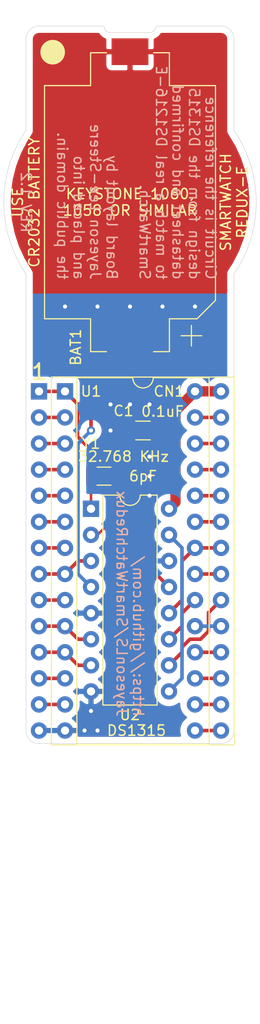
<source format=kicad_pcb>
(kicad_pcb (version 20171130) (host pcbnew "(5.1.9)-1")

  (general
    (thickness 1.6)
    (drawings 26)
    (tracks 123)
    (zones 0)
    (modules 6)
    (nets 34)
  )

  (page A4)
  (layers
    (0 F.Cu signal)
    (31 B.Cu signal)
    (32 B.Adhes user)
    (33 F.Adhes user)
    (34 B.Paste user)
    (35 F.Paste user)
    (36 B.SilkS user)
    (37 F.SilkS user)
    (38 B.Mask user)
    (39 F.Mask user)
    (40 Dwgs.User user)
    (41 Cmts.User user)
    (42 Eco1.User user)
    (43 Eco2.User user)
    (44 Edge.Cuts user)
    (45 Margin user)
    (46 B.CrtYd user)
    (47 F.CrtYd user)
    (48 B.Fab user)
    (49 F.Fab user)
  )

  (setup
    (last_trace_width 1)
    (user_trace_width 0.25)
    (user_trace_width 0.35)
    (user_trace_width 0.5)
    (user_trace_width 1)
    (trace_clearance 0.25)
    (zone_clearance 0.635)
    (zone_45_only no)
    (trace_min 0.2)
    (via_size 0.8)
    (via_drill 0.4)
    (via_min_size 0.4)
    (via_min_drill 0.3)
    (uvia_size 0.3)
    (uvia_drill 0.1)
    (uvias_allowed no)
    (uvia_min_size 0.2)
    (uvia_min_drill 0.1)
    (edge_width 0.05)
    (segment_width 0.2)
    (pcb_text_width 0.3)
    (pcb_text_size 1.5 1.5)
    (mod_edge_width 0.12)
    (mod_text_size 1 1)
    (mod_text_width 0.15)
    (pad_size 1.524 1.524)
    (pad_drill 0.762)
    (pad_to_mask_clearance 0)
    (aux_axis_origin 0 0)
    (visible_elements 7FFFFFFF)
    (pcbplotparams
      (layerselection 0x010f0_ffffffff)
      (usegerberextensions true)
      (usegerberattributes true)
      (usegerberadvancedattributes true)
      (creategerberjobfile false)
      (excludeedgelayer true)
      (linewidth 0.100000)
      (plotframeref false)
      (viasonmask false)
      (mode 1)
      (useauxorigin false)
      (hpglpennumber 1)
      (hpglpenspeed 20)
      (hpglpendiameter 15.000000)
      (psnegative false)
      (psa4output false)
      (plotreference true)
      (plotvalue true)
      (plotinvisibletext false)
      (padsonsilk false)
      (subtractmaskfromsilk false)
      (outputformat 1)
      (mirror false)
      (drillshape 0)
      (scaleselection 1)
      (outputdirectory "Gerber"))
  )

  (net 0 "")
  (net 1 "Net-(BAT1-Pad1)")
  (net 2 GND)
  (net 3 VCC)
  (net 4 "Net-(CN1-Pad27)")
  (net 5 "Net-(CN1-Pad13)")
  (net 6 "Net-(CN1-Pad26)")
  (net 7 "Net-(CN1-Pad12)")
  (net 8 "Net-(CN1-Pad25)")
  (net 9 "Net-(CN1-Pad11)")
  (net 10 "Net-(CN1-Pad24)")
  (net 11 "Net-(CN1-Pad10)")
  (net 12 "Net-(CN1-Pad23)")
  (net 13 "Net-(CN1-Pad9)")
  (net 14 "Net-(CN1-Pad22)")
  (net 15 "Net-(CN1-Pad8)")
  (net 16 "Net-(CN1-Pad21)")
  (net 17 "Net-(CN1-Pad7)")
  (net 18 "Net-(CN1-Pad20)")
  (net 19 "Net-(CN1-Pad6)")
  (net 20 "Net-(CN1-Pad19)")
  (net 21 "Net-(CN1-Pad5)")
  (net 22 "Net-(CN1-Pad18)")
  (net 23 "Net-(CN1-Pad4)")
  (net 24 "Net-(CN1-Pad17)")
  (net 25 "Net-(CN1-Pad3)")
  (net 26 "Net-(CN1-Pad16)")
  (net 27 "Net-(CN1-Pad2)")
  (net 28 "Net-(CN1-Pad15)")
  (net 29 "Net-(CN1-Pad1)")
  (net 30 "Net-(U1-Pad20)")
  (net 31 "Net-(U2-Pad15)")
  (net 32 /XTAL2)
  (net 33 /XTAL1)

  (net_class Default "This is the default net class."
    (clearance 0.25)
    (trace_width 0.35)
    (via_dia 0.8)
    (via_drill 0.4)
    (uvia_dia 0.3)
    (uvia_drill 0.1)
    (add_net "Net-(BAT1-Pad1)")
    (add_net "Net-(CN1-Pad1)")
    (add_net "Net-(CN1-Pad10)")
    (add_net "Net-(CN1-Pad11)")
    (add_net "Net-(CN1-Pad12)")
    (add_net "Net-(CN1-Pad13)")
    (add_net "Net-(CN1-Pad15)")
    (add_net "Net-(CN1-Pad16)")
    (add_net "Net-(CN1-Pad17)")
    (add_net "Net-(CN1-Pad18)")
    (add_net "Net-(CN1-Pad19)")
    (add_net "Net-(CN1-Pad2)")
    (add_net "Net-(CN1-Pad20)")
    (add_net "Net-(CN1-Pad21)")
    (add_net "Net-(CN1-Pad22)")
    (add_net "Net-(CN1-Pad23)")
    (add_net "Net-(CN1-Pad24)")
    (add_net "Net-(CN1-Pad25)")
    (add_net "Net-(CN1-Pad26)")
    (add_net "Net-(CN1-Pad27)")
    (add_net "Net-(CN1-Pad3)")
    (add_net "Net-(CN1-Pad4)")
    (add_net "Net-(CN1-Pad5)")
    (add_net "Net-(CN1-Pad6)")
    (add_net "Net-(CN1-Pad7)")
    (add_net "Net-(CN1-Pad8)")
    (add_net "Net-(CN1-Pad9)")
    (add_net "Net-(U1-Pad20)")
    (add_net "Net-(U2-Pad15)")
  )

  (net_class Crystal ""
    (clearance 0.25)
    (trace_width 0.25)
    (via_dia 0.8)
    (via_drill 0.4)
    (uvia_dia 0.3)
    (uvia_drill 0.1)
    (add_net /XTAL1)
    (add_net /XTAL2)
  )

  (net_class Power ""
    (clearance 0.25)
    (trace_width 0.5)
    (via_dia 0.8)
    (via_drill 0.4)
    (uvia_dia 0.3)
    (uvia_drill 0.1)
    (add_net GND)
    (add_net VCC)
  )

  (module Crystal:Crystal_SMD_3215-2Pin_3.2x1.5mm (layer F.Cu) (tedit 60A3B2C9) (tstamp 60A3B511)
    (at 114.3 71.755 180)
    (descr "SMD Crystal FC-135 https://support.epson.biz/td/api/doc_check.php?dl=brief_FC-135R_en.pdf")
    (tags "SMD SMT Crystal")
    (path /602FB912)
    (attr smd)
    (fp_text reference Y1 (at 1.27 3.175 180) (layer F.SilkS)
      (effects (font (size 1 1) (thickness 0.15)))
    )
    (fp_text value "32.768 KHz" (at 0 2 180) (layer F.Fab)
      (effects (font (size 1 1) (thickness 0.15)))
    )
    (fp_text user %R (at 0 -2 180) (layer F.Fab)
      (effects (font (size 1 1) (thickness 0.15)))
    )
    (fp_line (start -2 -1.15) (end 2 -1.15) (layer F.CrtYd) (width 0.05))
    (fp_line (start -1.6 -0.75) (end -1.6 0.75) (layer F.Fab) (width 0.1))
    (fp_line (start -0.675 0.875) (end 0.675 0.875) (layer F.SilkS) (width 0.12))
    (fp_line (start -0.675 -0.875) (end 0.675 -0.875) (layer F.SilkS) (width 0.12))
    (fp_line (start 1.6 -0.75) (end 1.6 0.75) (layer F.Fab) (width 0.1))
    (fp_line (start -1.6 -0.75) (end 1.6 -0.75) (layer F.Fab) (width 0.1))
    (fp_line (start -1.6 0.75) (end 1.6 0.75) (layer F.Fab) (width 0.1))
    (fp_line (start -2 1.15) (end 2 1.15) (layer F.CrtYd) (width 0.05))
    (fp_line (start -2 -1.15) (end -2 1.15) (layer F.CrtYd) (width 0.05))
    (fp_line (start 2 -1.15) (end 2 1.15) (layer F.CrtYd) (width 0.05))
    (fp_text user %V (at -1.905 1.905) (layer F.SilkS)
      (effects (font (size 1 1) (thickness 0.15)))
    )
    (pad 2 smd rect (at -1.25 0 180) (size 1 1.8) (layers F.Cu F.Paste F.Mask)
      (net 32 /XTAL2))
    (pad 1 smd rect (at 1.25 0 180) (size 1 1.8) (layers F.Cu F.Paste F.Mask)
      (net 33 /XTAL1))
    (model ${KISYS3DMOD}/Crystal.3dshapes/Crystal_SMD_3215-2Pin_3.2x1.5mm.wrl
      (at (xyz 0 0 0))
      (scale (xyz 1 1 1))
      (rotate (xyz 0 0 0))
    )
  )

  (module Battery:BatteryHolder_Keystone_1060_1x2032 (layer F.Cu) (tedit 5B98EF5E) (tstamp 60A3B3E2)
    (at 116.84 45.085 90)
    (descr http://www.keyelco.com/product-pdf.cfm?p=726)
    (tags "CR2032 BR2032 BatteryHolder Battery")
    (path /602E2795)
    (attr smd)
    (fp_text reference BAT1 (at -14.125 -5.3 90) (layer F.SilkS)
      (effects (font (size 1 1) (thickness 0.15)))
    )
    (fp_text value CR2032 (at 0 -11.75 90) (layer F.Fab)
      (effects (font (size 1 1) (thickness 0.15)))
    )
    (fp_text user %R (at 0 0 90) (layer F.Fab)
      (effects (font (size 1 1) (thickness 0.15)))
    )
    (fp_arc (start 0 0) (end 6.5 -8.5) (angle -74.81070976) (layer F.CrtYd) (width 0.05))
    (fp_arc (start 0 0) (end -6.5 8.5) (angle -74.81070976) (layer F.CrtYd) (width 0.05))
    (fp_circle (center 0 0) (end -10.2 0) (layer Dwgs.User) (width 0.3))
    (fp_line (start 11 8) (end -9.4 8) (layer F.Fab) (width 0.1))
    (fp_line (start 11 -8) (end -11 -8) (layer F.Fab) (width 0.1))
    (fp_line (start 11 8) (end 11 3.5) (layer F.Fab) (width 0.1))
    (fp_line (start 11 -8) (end 11 -3.5) (layer F.Fab) (width 0.1))
    (fp_line (start -11 -8) (end -11 -3.5) (layer F.Fab) (width 0.1))
    (fp_line (start -11 6.4) (end -11 3.5) (layer F.Fab) (width 0.1))
    (fp_line (start -11 3.5) (end -14.2 3.5) (layer F.Fab) (width 0.1))
    (fp_line (start -14.2 3.5) (end -14.2 -3.5) (layer F.Fab) (width 0.1))
    (fp_line (start -14.2 -3.5) (end -11 -3.5) (layer F.Fab) (width 0.1))
    (fp_line (start 11 3.5) (end 14.2 3.5) (layer F.Fab) (width 0.1))
    (fp_line (start 14.2 3.5) (end 14.2 -3.5) (layer F.Fab) (width 0.1))
    (fp_line (start 14.2 -3.5) (end 11 -3.5) (layer F.Fab) (width 0.1))
    (fp_line (start -9.4 8) (end -11 6.4) (layer F.Fab) (width 0.1))
    (fp_line (start 11.35 3.85) (end 14.55 3.85) (layer F.SilkS) (width 0.12))
    (fp_line (start 14.55 3.85) (end 14.55 2.3) (layer F.SilkS) (width 0.12))
    (fp_line (start 11.35 8.35) (end 11.35 3.85) (layer F.SilkS) (width 0.12))
    (fp_line (start 11.35 8.35) (end -9.55 8.35) (layer F.SilkS) (width 0.12))
    (fp_line (start -11.35 6.55) (end -11.35 3.85) (layer F.SilkS) (width 0.12))
    (fp_line (start -9.55 8.35) (end -11.35 6.55) (layer F.SilkS) (width 0.12))
    (fp_line (start -11.35 3.85) (end -14.55 3.85) (layer F.SilkS) (width 0.12))
    (fp_line (start -14.55 3.85) (end -14.55 2.3) (layer F.SilkS) (width 0.12))
    (fp_line (start -11.35 -3.85) (end -14.55 -3.85) (layer F.SilkS) (width 0.12))
    (fp_line (start -14.55 -3.85) (end -14.55 -2.3) (layer F.SilkS) (width 0.12))
    (fp_line (start 11.35 -3.85) (end 14.55 -3.85) (layer F.SilkS) (width 0.12))
    (fp_line (start 14.55 -3.85) (end 14.55 -2.3) (layer F.SilkS) (width 0.12))
    (fp_line (start -11.35 -8.35) (end 11.35 -8.35) (layer F.SilkS) (width 0.12))
    (fp_line (start -11.35 -8.35) (end -11.35 -3.85) (layer F.SilkS) (width 0.12))
    (fp_line (start 11.35 -8.35) (end 11.35 -3.85) (layer F.SilkS) (width 0.12))
    (fp_line (start 11.5 8.5) (end 6.5 8.5) (layer F.CrtYd) (width 0.05))
    (fp_line (start -6.5 8.5) (end -11.5 8.5) (layer F.CrtYd) (width 0.05))
    (fp_line (start -11.5 4) (end -11.5 8.5) (layer F.CrtYd) (width 0.05))
    (fp_line (start -14.7 4) (end -11.5 4) (layer F.CrtYd) (width 0.05))
    (fp_line (start -14.7 4) (end -14.7 2.3) (layer F.CrtYd) (width 0.05))
    (fp_line (start -14.7 2.3) (end -16.45 2.3) (layer F.CrtYd) (width 0.05))
    (fp_line (start -16.45 2.3) (end -16.45 -2.3) (layer F.CrtYd) (width 0.05))
    (fp_line (start -14.7 -2.3) (end -16.45 -2.3) (layer F.CrtYd) (width 0.05))
    (fp_line (start -14.7 -2.3) (end -14.7 -4) (layer F.CrtYd) (width 0.05))
    (fp_line (start -14.7 -4) (end -11.5 -4) (layer F.CrtYd) (width 0.05))
    (fp_line (start -11.5 -4) (end -11.5 -8.5) (layer F.CrtYd) (width 0.05))
    (fp_line (start -11.5 -8.5) (end -6.5 -8.5) (layer F.CrtYd) (width 0.05))
    (fp_line (start 11.5 -8.5) (end 11.5 -4) (layer F.CrtYd) (width 0.05))
    (fp_line (start 11.5 -4) (end 14.7 -4) (layer F.CrtYd) (width 0.05))
    (fp_line (start 14.7 -4) (end 14.7 -2.3) (layer F.CrtYd) (width 0.05))
    (fp_line (start 14.7 -2.3) (end 16.45 -2.3) (layer F.CrtYd) (width 0.05))
    (fp_line (start 16.45 -2.3) (end 16.45 2.3) (layer F.CrtYd) (width 0.05))
    (fp_line (start 16.45 2.3) (end 14.7 2.3) (layer F.CrtYd) (width 0.05))
    (fp_line (start 14.7 2.3) (end 14.7 4) (layer F.CrtYd) (width 0.05))
    (fp_line (start 14.7 4) (end 11.5 4) (layer F.CrtYd) (width 0.05))
    (fp_line (start 11.5 4) (end 11.5 8.5) (layer F.CrtYd) (width 0.05))
    (fp_line (start 11.5 -8.5) (end 6.5 -8.5) (layer F.CrtYd) (width 0.05))
    (fp_line (start -13 5) (end -13 7) (layer F.SilkS) (width 0.12))
    (fp_line (start -12 6) (end -14 6) (layer F.SilkS) (width 0.12))
    (pad 1 smd rect (at -14.65 0 270) (size 2.6 3.6) (layers F.Cu F.Paste F.Mask)
      (net 1 "Net-(BAT1-Pad1)"))
    (pad 2 smd rect (at 14.65 0 270) (size 2.6 3.6) (layers F.Cu F.Paste F.Mask)
      (net 2 GND))
    (model ${KISYS3DMOD}/Battery.3dshapes/BatteryHolder_Keystone_1060_1x2032.wrl
      (at (xyz 0 0 0))
      (scale (xyz 1 1 1))
      (rotate (xyz 0 0 0))
    )
  )

  (module Capacitor_SMD:C_1206_3216Metric (layer F.Cu) (tedit 5F68FEEE) (tstamp 60671BC2)
    (at 118.11 67.31 180)
    (descr "Capacitor SMD 1206 (3216 Metric), square (rectangular) end terminal, IPC_7351 nominal, (Body size source: IPC-SM-782 page 76, https://www.pcb-3d.com/wordpress/wp-content/uploads/ipc-sm-782a_amendment_1_and_2.pdf), generated with kicad-footprint-generator")
    (tags capacitor)
    (path /603370E2)
    (attr smd)
    (fp_text reference C1 (at 1.905 1.905) (layer F.SilkS)
      (effects (font (size 1 1) (thickness 0.15)))
    )
    (fp_text value 0.1uF (at -1.905 1.85) (layer F.SilkS)
      (effects (font (size 1 1) (thickness 0.15)))
    )
    (fp_line (start -1.6 0.8) (end -1.6 -0.8) (layer F.Fab) (width 0.1))
    (fp_line (start -1.6 -0.8) (end 1.6 -0.8) (layer F.Fab) (width 0.1))
    (fp_line (start 1.6 -0.8) (end 1.6 0.8) (layer F.Fab) (width 0.1))
    (fp_line (start 1.6 0.8) (end -1.6 0.8) (layer F.Fab) (width 0.1))
    (fp_line (start -0.711252 -0.91) (end 0.711252 -0.91) (layer F.SilkS) (width 0.12))
    (fp_line (start -0.711252 0.91) (end 0.711252 0.91) (layer F.SilkS) (width 0.12))
    (fp_line (start -2.3 1.15) (end -2.3 -1.15) (layer F.CrtYd) (width 0.05))
    (fp_line (start -2.3 -1.15) (end 2.3 -1.15) (layer F.CrtYd) (width 0.05))
    (fp_line (start 2.3 -1.15) (end 2.3 1.15) (layer F.CrtYd) (width 0.05))
    (fp_line (start 2.3 1.15) (end -2.3 1.15) (layer F.CrtYd) (width 0.05))
    (fp_text user %R (at 0 0) (layer F.Fab)
      (effects (font (size 0.8 0.8) (thickness 0.12)))
    )
    (pad 2 smd roundrect (at 1.475 0 180) (size 1.15 1.8) (layers F.Cu F.Paste F.Mask) (roundrect_rratio 0.2173904347826087)
      (net 2 GND))
    (pad 1 smd roundrect (at -1.475 0 180) (size 1.15 1.8) (layers F.Cu F.Paste F.Mask) (roundrect_rratio 0.2173904347826087)
      (net 3 VCC))
    (model ${KISYS3DMOD}/Capacitor_SMD.3dshapes/C_1206_3216Metric.wrl
      (at (xyz 0 0 0))
      (scale (xyz 1 1 1))
      (rotate (xyz 0 0 0))
    )
  )

  (module Package_DIP:DIP-28_W15.24mm (layer F.Cu) (tedit 602AA3DE) (tstamp 602B42B5)
    (at 107.95 63.5)
    (descr "28-lead though-hole mounted DIP package, row spacing 15.24 mm (600 mils)")
    (tags "THT DIP DIL PDIP 2.54mm 15.24mm 600mil")
    (path /60349462)
    (fp_text reference CN1 (at 12.7 0) (layer F.SilkS)
      (effects (font (size 1 1) (thickness 0.15)))
    )
    (fp_text value 27C256Socket (at 2.54 35.56) (layer F.Fab)
      (effects (font (size 1 1) (thickness 0.15)))
    )
    (fp_line (start 0.255 -0.27) (end 1.255 -1.27) (layer F.Fab) (width 0.1))
    (fp_line (start 0.255 34.29) (end 0.255 -0.27) (layer F.Fab) (width 0.1))
    (fp_line (start 14.985 34.29) (end 0.255 34.29) (layer F.Fab) (width 0.1))
    (fp_line (start 14.985 -1.27) (end 14.985 34.29) (layer F.Fab) (width 0.1))
    (fp_line (start 1.255 -1.27) (end 14.985 -1.27) (layer F.Fab) (width 0.1))
    (fp_text user %R (at 7.62 16.51) (layer F.Fab)
      (effects (font (size 1 1) (thickness 0.15)))
    )
    (pad 28 thru_hole oval (at 15.24 0) (size 1.6 1.6) (drill 0.8) (layers *.Cu *.Mask)
      (net 3 VCC))
    (pad 14 thru_hole oval (at 0 33.02) (size 1.6 1.6) (drill 0.8) (layers *.Cu *.Mask)
      (net 2 GND))
    (pad 27 thru_hole oval (at 15.24 2.54) (size 1.6 1.6) (drill 0.8) (layers *.Cu *.Mask)
      (net 4 "Net-(CN1-Pad27)"))
    (pad 13 thru_hole oval (at 0 30.48) (size 1.6 1.6) (drill 0.8) (layers *.Cu *.Mask)
      (net 5 "Net-(CN1-Pad13)"))
    (pad 26 thru_hole oval (at 15.24 5.08) (size 1.6 1.6) (drill 0.8) (layers *.Cu *.Mask)
      (net 6 "Net-(CN1-Pad26)"))
    (pad 12 thru_hole oval (at 0 27.94) (size 1.6 1.6) (drill 0.8) (layers *.Cu *.Mask)
      (net 7 "Net-(CN1-Pad12)"))
    (pad 25 thru_hole oval (at 15.24 7.62) (size 1.6 1.6) (drill 0.8) (layers *.Cu *.Mask)
      (net 8 "Net-(CN1-Pad25)"))
    (pad 11 thru_hole oval (at 0 25.4) (size 1.6 1.6) (drill 0.8) (layers *.Cu *.Mask)
      (net 9 "Net-(CN1-Pad11)"))
    (pad 24 thru_hole oval (at 15.24 10.16) (size 1.6 1.6) (drill 0.8) (layers *.Cu *.Mask)
      (net 10 "Net-(CN1-Pad24)"))
    (pad 10 thru_hole oval (at 0 22.86) (size 1.6 1.6) (drill 0.8) (layers *.Cu *.Mask)
      (net 11 "Net-(CN1-Pad10)"))
    (pad 23 thru_hole oval (at 15.24 12.7) (size 1.6 1.6) (drill 0.8) (layers *.Cu *.Mask)
      (net 12 "Net-(CN1-Pad23)"))
    (pad 9 thru_hole oval (at 0 20.32) (size 1.6 1.6) (drill 0.8) (layers *.Cu *.Mask)
      (net 13 "Net-(CN1-Pad9)"))
    (pad 22 thru_hole oval (at 15.24 15.24) (size 1.6 1.6) (drill 0.8) (layers *.Cu *.Mask)
      (net 14 "Net-(CN1-Pad22)"))
    (pad 8 thru_hole oval (at 0 17.78) (size 1.6 1.6) (drill 0.8) (layers *.Cu *.Mask)
      (net 15 "Net-(CN1-Pad8)"))
    (pad 21 thru_hole oval (at 15.24 17.78) (size 1.6 1.6) (drill 0.8) (layers *.Cu *.Mask)
      (net 16 "Net-(CN1-Pad21)"))
    (pad 7 thru_hole oval (at 0 15.24) (size 1.6 1.6) (drill 0.8) (layers *.Cu *.Mask)
      (net 17 "Net-(CN1-Pad7)"))
    (pad 20 thru_hole oval (at 15.24 20.32) (size 1.6 1.6) (drill 0.8) (layers *.Cu *.Mask)
      (net 18 "Net-(CN1-Pad20)"))
    (pad 6 thru_hole oval (at 0 12.7) (size 1.6 1.6) (drill 0.8) (layers *.Cu *.Mask)
      (net 19 "Net-(CN1-Pad6)"))
    (pad 19 thru_hole oval (at 15.24 22.86) (size 1.6 1.6) (drill 0.8) (layers *.Cu *.Mask)
      (net 20 "Net-(CN1-Pad19)"))
    (pad 5 thru_hole oval (at 0 10.16) (size 1.6 1.6) (drill 0.8) (layers *.Cu *.Mask)
      (net 21 "Net-(CN1-Pad5)"))
    (pad 18 thru_hole oval (at 15.24 25.4) (size 1.6 1.6) (drill 0.8) (layers *.Cu *.Mask)
      (net 22 "Net-(CN1-Pad18)"))
    (pad 4 thru_hole oval (at 0 7.62) (size 1.6 1.6) (drill 0.8) (layers *.Cu *.Mask)
      (net 23 "Net-(CN1-Pad4)"))
    (pad 17 thru_hole oval (at 15.24 27.94) (size 1.6 1.6) (drill 0.8) (layers *.Cu *.Mask)
      (net 24 "Net-(CN1-Pad17)"))
    (pad 3 thru_hole oval (at 0 5.08) (size 1.6 1.6) (drill 0.8) (layers *.Cu *.Mask)
      (net 25 "Net-(CN1-Pad3)"))
    (pad 16 thru_hole oval (at 15.24 30.48) (size 1.6 1.6) (drill 0.8) (layers *.Cu *.Mask)
      (net 26 "Net-(CN1-Pad16)"))
    (pad 2 thru_hole oval (at 0 2.54) (size 1.6 1.6) (drill 0.8) (layers *.Cu *.Mask)
      (net 27 "Net-(CN1-Pad2)"))
    (pad 15 thru_hole oval (at 15.24 33.02) (size 1.6 1.6) (drill 0.8) (layers *.Cu *.Mask)
      (net 28 "Net-(CN1-Pad15)"))
    (pad 1 thru_hole rect (at 0 0) (size 1.6 1.6) (drill 0.8) (layers *.Cu *.Mask)
      (net 29 "Net-(CN1-Pad1)"))
    (model ${KISYS3DMOD}/Connector_PinHeader_2.54mm.3dshapes/PinHeader_1x14_P2.54mm_Vertical.wrl
      (offset (xyz 0 0 -1.8))
      (scale (xyz 1 1 1))
      (rotate (xyz 0 180 0))
    )
    (model ${KISYS3DMOD}/Connector_PinHeader_2.54mm.3dshapes/PinHeader_1x14_P2.54mm_Vertical.wrl
      (offset (xyz 15.24 0 -1.8))
      (scale (xyz 1 1 1))
      (rotate (xyz 0 180 0))
    )
  )

  (module Package_DIP:DIP-28_W15.24mm_Socket (layer F.Cu) (tedit 5A02E8C5) (tstamp 602B19A6)
    (at 110.49 63.5)
    (descr "28-lead though-hole mounted DIP package, row spacing 15.24 mm (600 mils), Socket")
    (tags "THT DIP DIL PDIP 2.54mm 15.24mm 600mil Socket")
    (path /602ADC06)
    (fp_text reference U1 (at 2.54 0) (layer F.SilkS)
      (effects (font (size 1 1) (thickness 0.15)))
    )
    (fp_text value ROM (at 5.08 0) (layer F.Fab)
      (effects (font (size 1 1) (thickness 0.15)))
    )
    (fp_line (start 16.8 -1.6) (end -1.55 -1.6) (layer F.CrtYd) (width 0.05))
    (fp_line (start 16.8 34.65) (end 16.8 -1.6) (layer F.CrtYd) (width 0.05))
    (fp_line (start -1.55 34.65) (end 16.8 34.65) (layer F.CrtYd) (width 0.05))
    (fp_line (start -1.55 -1.6) (end -1.55 34.65) (layer F.CrtYd) (width 0.05))
    (fp_line (start 16.57 -1.39) (end -1.33 -1.39) (layer F.SilkS) (width 0.12))
    (fp_line (start 16.57 34.41) (end 16.57 -1.39) (layer F.SilkS) (width 0.12))
    (fp_line (start -1.33 34.41) (end 16.57 34.41) (layer F.SilkS) (width 0.12))
    (fp_line (start -1.33 -1.39) (end -1.33 34.41) (layer F.SilkS) (width 0.12))
    (fp_line (start 14.08 -1.33) (end 8.62 -1.33) (layer F.SilkS) (width 0.12))
    (fp_line (start 14.08 34.35) (end 14.08 -1.33) (layer F.SilkS) (width 0.12))
    (fp_line (start 1.16 34.35) (end 14.08 34.35) (layer F.SilkS) (width 0.12))
    (fp_line (start 1.16 -1.33) (end 1.16 34.35) (layer F.SilkS) (width 0.12))
    (fp_line (start 6.62 -1.33) (end 1.16 -1.33) (layer F.SilkS) (width 0.12))
    (fp_line (start 16.51 -1.33) (end -1.27 -1.33) (layer F.Fab) (width 0.1))
    (fp_line (start 16.51 34.35) (end 16.51 -1.33) (layer F.Fab) (width 0.1))
    (fp_line (start -1.27 34.35) (end 16.51 34.35) (layer F.Fab) (width 0.1))
    (fp_line (start -1.27 -1.33) (end -1.27 34.35) (layer F.Fab) (width 0.1))
    (fp_line (start 0.255 -0.27) (end 1.255 -1.27) (layer F.Fab) (width 0.1))
    (fp_line (start 0.255 34.29) (end 0.255 -0.27) (layer F.Fab) (width 0.1))
    (fp_line (start 14.985 34.29) (end 0.255 34.29) (layer F.Fab) (width 0.1))
    (fp_line (start 14.985 -1.27) (end 14.985 34.29) (layer F.Fab) (width 0.1))
    (fp_line (start 1.255 -1.27) (end 14.985 -1.27) (layer F.Fab) (width 0.1))
    (fp_text user %R (at 7.62 16.51) (layer F.Fab)
      (effects (font (size 1 1) (thickness 0.15)))
    )
    (fp_arc (start 7.62 -1.33) (end 6.62 -1.33) (angle -180) (layer F.SilkS) (width 0.12))
    (pad 28 thru_hole oval (at 15.24 0) (size 1.6 1.6) (drill 0.8) (layers *.Cu *.Mask)
      (net 3 VCC))
    (pad 14 thru_hole oval (at 0 33.02) (size 1.6 1.6) (drill 0.8) (layers *.Cu *.Mask)
      (net 2 GND))
    (pad 27 thru_hole oval (at 15.24 2.54) (size 1.6 1.6) (drill 0.8) (layers *.Cu *.Mask)
      (net 4 "Net-(CN1-Pad27)"))
    (pad 13 thru_hole oval (at 0 30.48) (size 1.6 1.6) (drill 0.8) (layers *.Cu *.Mask)
      (net 5 "Net-(CN1-Pad13)"))
    (pad 26 thru_hole oval (at 15.24 5.08) (size 1.6 1.6) (drill 0.8) (layers *.Cu *.Mask)
      (net 6 "Net-(CN1-Pad26)"))
    (pad 12 thru_hole oval (at 0 27.94) (size 1.6 1.6) (drill 0.8) (layers *.Cu *.Mask)
      (net 7 "Net-(CN1-Pad12)"))
    (pad 25 thru_hole oval (at 15.24 7.62) (size 1.6 1.6) (drill 0.8) (layers *.Cu *.Mask)
      (net 8 "Net-(CN1-Pad25)"))
    (pad 11 thru_hole oval (at 0 25.4) (size 1.6 1.6) (drill 0.8) (layers *.Cu *.Mask)
      (net 9 "Net-(CN1-Pad11)"))
    (pad 24 thru_hole oval (at 15.24 10.16) (size 1.6 1.6) (drill 0.8) (layers *.Cu *.Mask)
      (net 10 "Net-(CN1-Pad24)"))
    (pad 10 thru_hole oval (at 0 22.86) (size 1.6 1.6) (drill 0.8) (layers *.Cu *.Mask)
      (net 11 "Net-(CN1-Pad10)"))
    (pad 23 thru_hole oval (at 15.24 12.7) (size 1.6 1.6) (drill 0.8) (layers *.Cu *.Mask)
      (net 12 "Net-(CN1-Pad23)"))
    (pad 9 thru_hole oval (at 0 20.32) (size 1.6 1.6) (drill 0.8) (layers *.Cu *.Mask)
      (net 13 "Net-(CN1-Pad9)"))
    (pad 22 thru_hole oval (at 15.24 15.24) (size 1.6 1.6) (drill 0.8) (layers *.Cu *.Mask)
      (net 14 "Net-(CN1-Pad22)"))
    (pad 8 thru_hole oval (at 0 17.78) (size 1.6 1.6) (drill 0.8) (layers *.Cu *.Mask)
      (net 15 "Net-(CN1-Pad8)"))
    (pad 21 thru_hole oval (at 15.24 17.78) (size 1.6 1.6) (drill 0.8) (layers *.Cu *.Mask)
      (net 16 "Net-(CN1-Pad21)"))
    (pad 7 thru_hole oval (at 0 15.24) (size 1.6 1.6) (drill 0.8) (layers *.Cu *.Mask)
      (net 17 "Net-(CN1-Pad7)"))
    (pad 20 thru_hole oval (at 15.24 20.32) (size 1.6 1.6) (drill 0.8) (layers *.Cu *.Mask)
      (net 30 "Net-(U1-Pad20)"))
    (pad 6 thru_hole oval (at 0 12.7) (size 1.6 1.6) (drill 0.8) (layers *.Cu *.Mask)
      (net 19 "Net-(CN1-Pad6)"))
    (pad 19 thru_hole oval (at 15.24 22.86) (size 1.6 1.6) (drill 0.8) (layers *.Cu *.Mask)
      (net 20 "Net-(CN1-Pad19)"))
    (pad 5 thru_hole oval (at 0 10.16) (size 1.6 1.6) (drill 0.8) (layers *.Cu *.Mask)
      (net 21 "Net-(CN1-Pad5)"))
    (pad 18 thru_hole oval (at 15.24 25.4) (size 1.6 1.6) (drill 0.8) (layers *.Cu *.Mask)
      (net 22 "Net-(CN1-Pad18)"))
    (pad 4 thru_hole oval (at 0 7.62) (size 1.6 1.6) (drill 0.8) (layers *.Cu *.Mask)
      (net 23 "Net-(CN1-Pad4)"))
    (pad 17 thru_hole oval (at 15.24 27.94) (size 1.6 1.6) (drill 0.8) (layers *.Cu *.Mask)
      (net 24 "Net-(CN1-Pad17)"))
    (pad 3 thru_hole oval (at 0 5.08) (size 1.6 1.6) (drill 0.8) (layers *.Cu *.Mask)
      (net 25 "Net-(CN1-Pad3)"))
    (pad 16 thru_hole oval (at 15.24 30.48) (size 1.6 1.6) (drill 0.8) (layers *.Cu *.Mask)
      (net 26 "Net-(CN1-Pad16)"))
    (pad 2 thru_hole oval (at 0 2.54) (size 1.6 1.6) (drill 0.8) (layers *.Cu *.Mask)
      (net 27 "Net-(CN1-Pad2)"))
    (pad 15 thru_hole oval (at 15.24 33.02) (size 1.6 1.6) (drill 0.8) (layers *.Cu *.Mask)
      (net 28 "Net-(CN1-Pad15)"))
    (pad 1 thru_hole rect (at 0 0) (size 1.6 1.6) (drill 0.8) (layers *.Cu *.Mask)
      (net 29 "Net-(CN1-Pad1)"))
    (model ${KISYS3DMOD}/Package_DIP.3dshapes/DIP-28_W15.24mm_Socket.wrl
      (at (xyz 0 0 0))
      (scale (xyz 1 1 1))
      (rotate (xyz 0 0 0))
    )
  )

  (module Package_DIP:DIP-16_W7.62mm (layer F.Cu) (tedit 5A02E8C5) (tstamp 602AFAF5)
    (at 113.03 74.93)
    (descr "16-lead though-hole mounted DIP package, row spacing 7.62 mm (300 mils)")
    (tags "THT DIP DIL PDIP 2.54mm 7.62mm 300mil")
    (path /602D5EFC)
    (fp_text reference U2 (at 3.81 20.066) (layer F.SilkS)
      (effects (font (size 1 1) (thickness 0.15)))
    )
    (fp_text value DS1315 (at 4.445 21.59 180) (layer F.SilkS)
      (effects (font (size 1 1) (thickness 0.15)))
    )
    (fp_line (start 8.7 -1.55) (end -1.1 -1.55) (layer F.CrtYd) (width 0.05))
    (fp_line (start 8.7 19.3) (end 8.7 -1.55) (layer F.CrtYd) (width 0.05))
    (fp_line (start -1.1 19.3) (end 8.7 19.3) (layer F.CrtYd) (width 0.05))
    (fp_line (start -1.1 -1.55) (end -1.1 19.3) (layer F.CrtYd) (width 0.05))
    (fp_line (start 6.46 -1.33) (end 4.81 -1.33) (layer F.SilkS) (width 0.12))
    (fp_line (start 6.46 19.11) (end 6.46 -1.33) (layer F.SilkS) (width 0.12))
    (fp_line (start 1.16 19.11) (end 6.46 19.11) (layer F.SilkS) (width 0.12))
    (fp_line (start 1.16 -1.33) (end 1.16 19.11) (layer F.SilkS) (width 0.12))
    (fp_line (start 2.81 -1.33) (end 1.16 -1.33) (layer F.SilkS) (width 0.12))
    (fp_line (start 0.635 -0.27) (end 1.635 -1.27) (layer F.Fab) (width 0.1))
    (fp_line (start 0.635 19.05) (end 0.635 -0.27) (layer F.Fab) (width 0.1))
    (fp_line (start 6.985 19.05) (end 0.635 19.05) (layer F.Fab) (width 0.1))
    (fp_line (start 6.985 -1.27) (end 6.985 19.05) (layer F.Fab) (width 0.1))
    (fp_line (start 1.635 -1.27) (end 6.985 -1.27) (layer F.Fab) (width 0.1))
    (fp_text user %R (at 3.81 7.62) (layer F.Fab)
      (effects (font (size 1 1) (thickness 0.15)))
    )
    (fp_arc (start 3.81 -1.33) (end 2.81 -1.33) (angle -180) (layer F.SilkS) (width 0.12))
    (pad 16 thru_hole oval (at 7.62 0) (size 1.6 1.6) (drill 0.8) (layers *.Cu *.Mask)
      (net 3 VCC))
    (pad 8 thru_hole oval (at 0 17.78) (size 1.6 1.6) (drill 0.8) (layers *.Cu *.Mask)
      (net 2 GND))
    (pad 15 thru_hole oval (at 7.62 2.54) (size 1.6 1.6) (drill 0.8) (layers *.Cu *.Mask)
      (net 31 "Net-(U2-Pad15)"))
    (pad 7 thru_hole oval (at 0 15.24) (size 1.6 1.6) (drill 0.8) (layers *.Cu *.Mask)
      (net 9 "Net-(CN1-Pad11)"))
    (pad 14 thru_hole oval (at 7.62 5.08) (size 1.6 1.6) (drill 0.8) (layers *.Cu *.Mask)
      (net 2 GND))
    (pad 6 thru_hole oval (at 0 12.7) (size 1.6 1.6) (drill 0.8) (layers *.Cu *.Mask)
      (net 11 "Net-(CN1-Pad10)"))
    (pad 13 thru_hole oval (at 7.62 7.62) (size 1.6 1.6) (drill 0.8) (layers *.Cu *.Mask)
      (net 29 "Net-(CN1-Pad1)"))
    (pad 5 thru_hole oval (at 0 10.16) (size 1.6 1.6) (drill 0.8) (layers *.Cu *.Mask)
      (net 2 GND))
    (pad 12 thru_hole oval (at 7.62 10.16) (size 1.6 1.6) (drill 0.8) (layers *.Cu *.Mask)
      (net 14 "Net-(CN1-Pad22)"))
    (pad 4 thru_hole oval (at 0 7.62) (size 1.6 1.6) (drill 0.8) (layers *.Cu *.Mask)
      (net 1 "Net-(BAT1-Pad1)"))
    (pad 11 thru_hole oval (at 7.62 12.7) (size 1.6 1.6) (drill 0.8) (layers *.Cu *.Mask)
      (net 18 "Net-(CN1-Pad20)"))
    (pad 3 thru_hole oval (at 0 5.08) (size 1.6 1.6) (drill 0.8) (layers *.Cu *.Mask)
      (net 15 "Net-(CN1-Pad8)"))
    (pad 10 thru_hole oval (at 7.62 15.24) (size 1.6 1.6) (drill 0.8) (layers *.Cu *.Mask)
      (net 30 "Net-(U1-Pad20)"))
    (pad 2 thru_hole oval (at 0 2.54) (size 1.6 1.6) (drill 0.8) (layers *.Cu *.Mask)
      (net 32 /XTAL2))
    (pad 9 thru_hole oval (at 7.62 17.78) (size 1.6 1.6) (drill 0.8) (layers *.Cu *.Mask)
      (net 31 "Net-(U2-Pad15)"))
    (pad 1 thru_hole rect (at 0 0) (size 1.6 1.6) (drill 0.8) (layers *.Cu *.Mask)
      (net 33 /XTAL1))
    (model ${KISYS3DMOD}/Package_DIP.3dshapes/DIP-16_W7.62mm.wrl
      (at (xyz 0 0 0))
      (scale (xyz 1 1 1))
      (rotate (xyz 0 0 0))
    )
  )

  (gr_text 6pF (at 118.11 71.755) (layer F.SilkS)
    (effects (font (size 1 1) (thickness 0.15)))
  )
  (gr_text "REV 1.2" (at 106.68 45.085 -90) (layer B.SilkS) (tstamp 60A3C1C2)
    (effects (font (size 1 1) (thickness 0.15)) (justify mirror))
  )
  (gr_line (start 127 96.52) (end 126.999999 52.069999) (layer Edge.Cuts) (width 0.05) (tstamp 60A3BF7C))
  (gr_line (start 106.680001 52.069999) (end 106.68 96.52) (layer Edge.Cuts) (width 0.05) (tstamp 60A3BF7B))
  (gr_line (start 106.68 29.21) (end 106.680001 38.100001) (layer Edge.Cuts) (width 0.05) (tstamp 60A3BF7A))
  (gr_line (start 127 38.1) (end 127 29.21) (layer Edge.Cuts) (width 0.05) (tstamp 60A3BF79))
  (gr_arc (start 116.84 45.085) (end 126.999999 52.069999) (angle -69.01704598) (layer Edge.Cuts) (width 0.05))
  (gr_arc (start 116.84 45.085) (end 106.680001 38.100001) (angle -69.01704598) (layer Edge.Cuts) (width 0.05))
  (gr_poly (pts (xy 109.855 31.115) (xy 108.585 31.115) (xy 108.585 29.845) (xy 109.855 29.845)) (layer F.SilkS) (width 0.1))
  (gr_circle (center 109.285 30.48) (end 109.985 30.48) (layer F.SilkS) (width 1))
  (gr_line (start 114.935 28.575) (end 118.745 28.575) (layer Edge.Cuts) (width 0.05) (tstamp 60A3BB8E))
  (gr_arc (start 118.745 27.94) (end 118.745 28.575) (angle -90) (layer Edge.Cuts) (width 0.05))
  (gr_arc (start 114.935 27.94) (end 114.3 27.94) (angle -90) (layer Edge.Cuts) (width 0.05))
  (gr_text 1 (at 107.95 61.595) (layer F.SilkS)
    (effects (font (size 1.5 1.5) (thickness 0.23)))
  )
  (gr_arc (start 125.73 29.21) (end 127 29.21) (angle -90) (layer Edge.Cuts) (width 0.05) (tstamp 60A3B85A))
  (gr_arc (start 107.95 29.21) (end 107.95 27.94) (angle -90) (layer Edge.Cuts) (width 0.05) (tstamp 60A3B857))
  (gr_line (start 107.95 27.94) (end 114.3 27.94) (layer Edge.Cuts) (width 0.05) (tstamp 60A3B860))
  (gr_line (start 125.73 27.94) (end 119.38 27.94) (layer Edge.Cuts) (width 0.05) (tstamp 60A3B85D))
  (gr_text "https://github.com/\nJayesonLS/SmartWatchRedux" (at 116.84 95.25 -90) (layer B.SilkS)
    (effects (font (size 1 1) (thickness 0.15)) (justify left mirror))
  )
  (gr_text "Circuit is the reference\ndesign from the DS1315\ndatasheet and confirmed\nto match a real DS1216-E\nSmartWatch.\n\nBoard layout by\nJayeson Lee-Steere\nand placed into\nthe public domain.\n" (at 117.475 52.705 -90) (layer B.SilkS)
    (effects (font (size 1 1) (thickness 0.15)) (justify left mirror))
  )
  (gr_text "SMARTWATCH\nREDUX-E" (at 127 45.085 90) (layer F.SilkS)
    (effects (font (size 1 1) (thickness 0.15)))
  )
  (gr_text "USE\nCR2032 BATTERY" (at 106.68 45.085 90) (layer F.SilkS)
    (effects (font (size 1 1) (thickness 0.15)))
  )
  (gr_text "KEYSTONE 1060,\n1058 OR SIMILAR" (at 116.84 45.085) (layer F.SilkS)
    (effects (font (size 1 1) (thickness 0.15)))
  )
  (gr_line (start 125.73 97.79) (end 107.95 97.79) (layer Edge.Cuts) (width 0.05) (tstamp 602B02FC))
  (gr_arc (start 125.73 96.52) (end 125.73 97.79) (angle -90) (layer Edge.Cuts) (width 0.05))
  (gr_arc (start 107.95 96.52) (end 106.68 96.52) (angle -90) (layer Edge.Cuts) (width 0.05))

  (via (at 113.03 67.31) (size 0.8) (drill 0.4) (layers F.Cu B.Cu) (net 1))
  (segment (start 111.76 68.58) (end 113.03 67.31) (width 0.35) (layer B.Cu) (net 1))
  (segment (start 111.76 81.28) (end 111.76 68.58) (width 0.35) (layer B.Cu) (net 1))
  (segment (start 113.03 82.55) (end 111.76 81.28) (width 0.35) (layer B.Cu) (net 1))
  (segment (start 116.84 59.2074) (end 116.84 59.055) (width 0.35) (layer F.Cu) (net 1))
  (segment (start 113.03 63.0174) (end 116.84 59.2074) (width 0.35) (layer F.Cu) (net 1))
  (segment (start 113.03 67.31) (end 113.03 63.0174) (width 0.35) (layer F.Cu) (net 1))
  (segment (start 107.95 96.52) (end 110.49 96.52) (width 0.5) (layer F.Cu) (net 2))
  (via (at 114.935 64.77) (size 0.8) (drill 0.4) (layers F.Cu B.Cu) (net 2))
  (segment (start 114.935 64.77) (end 116.84 64.77) (width 0.5) (layer F.Cu) (net 2))
  (via (at 116.84 64.77) (size 0.8) (drill 0.4) (layers F.Cu B.Cu) (net 2))
  (segment (start 116.84 64.77) (end 118.745 64.77) (width 0.5) (layer F.Cu) (net 2))
  (via (at 118.745 64.77) (size 0.8) (drill 0.4) (layers F.Cu B.Cu) (net 2))
  (via (at 112.395 96.52) (size 0.8) (drill 0.4) (layers F.Cu B.Cu) (net 2))
  (segment (start 110.49 96.52) (end 112.395 96.52) (width 0.5) (layer F.Cu) (net 2))
  (via (at 118.745 73.66) (size 0.8) (drill 0.4) (layers F.Cu B.Cu) (net 2))
  (via (at 114.935 67.31) (size 0.8) (drill 0.4) (layers F.Cu B.Cu) (net 2))
  (segment (start 114.935 64.77) (end 114.935 67.31) (width 0.5) (layer F.Cu) (net 2))
  (via (at 113.03 94.615) (size 0.8) (drill 0.4) (layers F.Cu B.Cu) (net 2))
  (segment (start 113.03 92.71) (end 113.03 94.615) (width 0.5) (layer F.Cu) (net 2))
  (segment (start 116.635 64.975) (end 116.84 64.77) (width 0.5) (layer F.Cu) (net 2))
  (segment (start 116.635 67.31) (end 116.635 64.975) (width 0.5) (layer F.Cu) (net 2))
  (via (at 116.84 55.245) (size 0.8) (drill 0.4) (layers F.Cu B.Cu) (net 2))
  (segment (start 116.84 30.435) (end 116.84 55.245) (width 0.5) (layer F.Cu) (net 2))
  (via (at 123.19 55.245) (size 0.8) (drill 0.4) (layers F.Cu B.Cu) (net 2))
  (segment (start 120.015 55.245) (end 123.19 55.245) (width 0.5) (layer F.Cu) (net 2))
  (segment (start 116.84 55.245) (end 120.015 55.245) (width 0.5) (layer F.Cu) (net 2))
  (via (at 120.015 55.245) (size 0.8) (drill 0.4) (layers F.Cu B.Cu) (net 2))
  (segment (start 116.84 55.245) (end 113.665 55.245) (width 0.5) (layer F.Cu) (net 2))
  (via (at 113.665 55.245) (size 0.8) (drill 0.4) (layers F.Cu B.Cu) (net 2))
  (segment (start 113.665 55.245) (end 110.49 55.245) (width 0.5) (layer F.Cu) (net 2))
  (via (at 110.49 55.245) (size 0.8) (drill 0.4) (layers F.Cu B.Cu) (net 2))
  (segment (start 118.745 71.755) (end 118.745 73.66) (width 0.5) (layer F.Cu) (net 2))
  (via (at 118.745 71.755) (size 0.8) (drill 0.4) (layers F.Cu B.Cu) (net 2))
  (segment (start 118.745 71.755) (end 118.745 69.85) (width 0.5) (layer F.Cu) (net 2))
  (segment (start 118.745 69.85) (end 118.745 69.215) (width 0.5) (layer F.Cu) (net 2) (tstamp 60A3EC57))
  (via (at 118.745 69.85) (size 0.8) (drill 0.4) (layers F.Cu B.Cu) (net 2))
  (segment (start 112.395 96.52) (end 113.665 96.52) (width 0.5) (layer F.Cu) (net 2))
  (via (at 113.665 96.52) (size 0.8) (drill 0.4) (layers F.Cu B.Cu) (net 2))
  (segment (start 120.65 66.04) (end 121.285 65.405) (width 0.5) (layer F.Cu) (net 3))
  (segment (start 121.285 66.04) (end 121.285 65.405) (width 1) (layer F.Cu) (net 3))
  (segment (start 120.65 66.04) (end 121.285 66.04) (width 0.5) (layer F.Cu) (net 3))
  (segment (start 120.65 66.04) (end 121.285 66.675) (width 0.5) (layer F.Cu) (net 3))
  (segment (start 121.285 66.675) (end 121.285 66.04) (width 1) (layer F.Cu) (net 3))
  (segment (start 121.285 67.31) (end 121.285 66.675) (width 1) (layer F.Cu) (net 3))
  (segment (start 121.285 67.945) (end 121.285 67.31) (width 1) (layer F.Cu) (net 3))
  (segment (start 121.285 68.58) (end 121.285 67.945) (width 1) (layer F.Cu) (net 3))
  (segment (start 120.65 67.31) (end 121.285 67.945) (width 0.5) (layer F.Cu) (net 3))
  (segment (start 120.65 67.31) (end 121.285 67.31) (width 0.5) (layer F.Cu) (net 3))
  (segment (start 120.65 67.31) (end 121.285 66.675) (width 0.5) (layer F.Cu) (net 3))
  (segment (start 120.65 68.58) (end 121.285 67.945) (width 0.5) (layer F.Cu) (net 3))
  (segment (start 120.65 68.58) (end 121.285 68.58) (width 0.5) (layer F.Cu) (net 3))
  (segment (start 120.65 68.58) (end 121.285 69.215) (width 0.5) (layer F.Cu) (net 3))
  (segment (start 121.285 69.215) (end 121.285 68.58) (width 1) (layer F.Cu) (net 3))
  (segment (start 121.285 67.31) (end 119.585 67.31) (width 0.5) (layer F.Cu) (net 3))
  (segment (start 119.585 68.3405) (end 119.585 67.31) (width 0.5) (layer F.Cu) (net 3))
  (segment (start 119.8245 68.58) (end 119.585 68.3405) (width 0.5) (layer F.Cu) (net 3))
  (segment (start 120.65 68.58) (end 119.8245 68.58) (width 0.5) (layer F.Cu) (net 3))
  (segment (start 119.585 66.2795) (end 119.585 67.31) (width 0.5) (layer F.Cu) (net 3))
  (segment (start 119.8245 66.04) (end 119.585 66.2795) (width 0.5) (layer F.Cu) (net 3))
  (segment (start 120.65 66.04) (end 119.8245 66.04) (width 0.5) (layer F.Cu) (net 3))
  (segment (start 121.285 65.405) (end 123.19 63.5) (width 1) (layer F.Cu) (net 3))
  (segment (start 123.19 63.5) (end 125.73 63.5) (width 1) (layer F.Cu) (net 3))
  (segment (start 121.285 74.295) (end 120.65 74.93) (width 1) (layer F.Cu) (net 3))
  (segment (start 121.285 69.215) (end 121.285 74.295) (width 1) (layer F.Cu) (net 3))
  (segment (start 123.19 66.04) (end 125.73 66.04) (width 0.35) (layer F.Cu) (net 4))
  (segment (start 110.49 93.98) (end 107.95 93.98) (width 0.35) (layer F.Cu) (net 5))
  (segment (start 125.73 68.58) (end 123.19 68.58) (width 0.35) (layer F.Cu) (net 6))
  (segment (start 107.95 91.44) (end 110.49 91.44) (width 0.35) (layer F.Cu) (net 7))
  (segment (start 123.19 71.12) (end 125.73 71.12) (width 0.35) (layer F.Cu) (net 8))
  (segment (start 110.49 88.9) (end 107.95 88.9) (width 0.35) (layer F.Cu) (net 9))
  (segment (start 111.76 90.17) (end 110.49 88.9) (width 0.35) (layer F.Cu) (net 9))
  (segment (start 113.03 90.17) (end 111.76 90.17) (width 0.35) (layer F.Cu) (net 9))
  (segment (start 125.73 73.66) (end 123.19 73.66) (width 0.35) (layer F.Cu) (net 10))
  (segment (start 107.95 86.36) (end 110.49 86.36) (width 0.35) (layer F.Cu) (net 11))
  (segment (start 111.76 87.63) (end 110.49 86.36) (width 0.35) (layer F.Cu) (net 11))
  (segment (start 113.03 87.63) (end 111.76 87.63) (width 0.35) (layer F.Cu) (net 11))
  (segment (start 123.19 76.2) (end 125.73 76.2) (width 0.35) (layer F.Cu) (net 12))
  (segment (start 110.49 83.82) (end 107.95 83.82) (width 0.35) (layer F.Cu) (net 13))
  (segment (start 125.73 78.74) (end 123.19 78.74) (width 0.35) (layer F.Cu) (net 14))
  (segment (start 121.92 80.01) (end 123.19 78.74) (width 0.35) (layer F.Cu) (net 14))
  (segment (start 121.92 83.82) (end 121.92 80.01) (width 0.35) (layer F.Cu) (net 14))
  (segment (start 120.65 85.09) (end 121.92 83.82) (width 0.35) (layer F.Cu) (net 14))
  (segment (start 107.95 81.28) (end 110.49 81.28) (width 0.35) (layer F.Cu) (net 15))
  (segment (start 111.76 80.01) (end 110.49 81.28) (width 0.35) (layer F.Cu) (net 15))
  (segment (start 113.03 80.01) (end 111.76 80.01) (width 0.35) (layer F.Cu) (net 15))
  (segment (start 125.73 81.28) (end 123.19 81.28) (width 0.35) (layer F.Cu) (net 16))
  (segment (start 110.49 78.74) (end 107.95 78.74) (width 0.35) (layer F.Cu) (net 17))
  (segment (start 121.92 85.09) (end 123.19 83.82) (width 0.35) (layer F.Cu) (net 18))
  (segment (start 121.92 86.36) (end 121.92 85.09) (width 0.35) (layer F.Cu) (net 18))
  (segment (start 120.65 87.63) (end 121.92 86.36) (width 0.35) (layer F.Cu) (net 18))
  (segment (start 107.95 76.2) (end 110.49 76.2) (width 0.35) (layer F.Cu) (net 19))
  (segment (start 123.19 86.36) (end 125.73 86.36) (width 0.35) (layer B.Cu) (net 20))
  (segment (start 110.49 73.66) (end 107.95 73.66) (width 0.35) (layer F.Cu) (net 21))
  (segment (start 125.73 88.9) (end 123.19 88.9) (width 0.35) (layer F.Cu) (net 22))
  (segment (start 107.95 71.12) (end 110.49 71.12) (width 0.35) (layer F.Cu) (net 23))
  (segment (start 123.19 91.44) (end 125.73 91.44) (width 0.35) (layer F.Cu) (net 24))
  (segment (start 110.49 68.58) (end 107.95 68.58) (width 0.35) (layer F.Cu) (net 25))
  (segment (start 125.73 93.98) (end 123.19 93.98) (width 0.35) (layer F.Cu) (net 26))
  (segment (start 107.95 66.04) (end 110.49 66.04) (width 0.35) (layer F.Cu) (net 27))
  (segment (start 123.19 96.52) (end 125.73 96.52) (width 0.35) (layer F.Cu) (net 28))
  (segment (start 110.49 63.5) (end 107.95 63.5) (width 0.35) (layer F.Cu) (net 29))
  (segment (start 116.84 78.74) (end 120.65 82.55) (width 0.35) (layer F.Cu) (net 29))
  (segment (start 113.665 69.85) (end 116.205 69.85) (width 0.35) (layer F.Cu) (net 29))
  (segment (start 116.84 70.485) (end 116.84 78.74) (width 0.35) (layer F.Cu) (net 29))
  (segment (start 116.205 69.85) (end 116.84 70.485) (width 0.35) (layer F.Cu) (net 29))
  (segment (start 111.715001 67.900001) (end 113.665 69.85) (width 0.35) (layer F.Cu) (net 29))
  (segment (start 111.715001 64.725001) (end 111.715001 67.900001) (width 0.35) (layer F.Cu) (net 29))
  (segment (start 110.49 63.5) (end 111.715001 64.725001) (width 0.35) (layer F.Cu) (net 29))
  (segment (start 124.504999 85.045001) (end 125.73 83.82) (width 0.35) (layer F.Cu) (net 30))
  (segment (start 123.733002 87.63) (end 124.504999 86.858003) (width 0.35) (layer F.Cu) (net 30))
  (segment (start 124.504999 86.858003) (end 124.504999 85.045001) (width 0.35) (layer F.Cu) (net 30))
  (segment (start 121.92 88.401997) (end 121.92 88.9) (width 0.35) (layer F.Cu) (net 30))
  (segment (start 120.65 90.17) (end 121.92 88.9) (width 0.35) (layer F.Cu) (net 30))
  (segment (start 122.691997 87.63) (end 123.733002 87.63) (width 0.35) (layer F.Cu) (net 30))
  (segment (start 121.92 88.401997) (end 122.691997 87.63) (width 0.35) (layer F.Cu) (net 30))
  (segment (start 121.92 91.44) (end 121.92 78.74) (width 0.35) (layer B.Cu) (net 31))
  (segment (start 121.92 78.74) (end 120.65 77.47) (width 0.35) (layer B.Cu) (net 31))
  (segment (start 120.65 92.71) (end 121.92 91.44) (width 0.35) (layer B.Cu) (net 31))
  (segment (start 113.665 77.47) (end 113.03 77.47) (width 0.25) (layer F.Cu) (net 32))
  (segment (start 115.55 75.585) (end 113.665 77.47) (width 0.25) (layer F.Cu) (net 32))
  (segment (start 115.55 71.755) (end 115.55 75.585) (width 0.25) (layer F.Cu) (net 32))
  (segment (start 113.03 71.755) (end 113.03 74.93) (width 0.25) (layer F.Cu) (net 33))

  (zone (net 2) (net_name GND) (layer B.Cu) (tstamp 60925785) (hatch edge 0.508)
    (connect_pads (clearance 0.635))
    (min_thickness 0.254)
    (fill yes (arc_segments 32) (thermal_gap 0.508) (thermal_bridge_width 0.508))
    (polygon
      (pts
        (xy 129.54 125.095) (xy 104.14 125.095) (xy 104.14 53.975) (xy 129.54 53.975)
      )
    )
    (filled_polygon
      (pts
        (xy 126.212999 62.009368) (xy 126.185619 61.998027) (xy 125.883844 61.938) (xy 125.576156 61.938) (xy 125.274381 61.998027)
        (xy 124.990115 62.115773) (xy 124.734283 62.286715) (xy 124.516715 62.504283) (xy 124.46 62.589163) (xy 124.403285 62.504283)
        (xy 124.185717 62.286715) (xy 123.929885 62.115773) (xy 123.645619 61.998027) (xy 123.343844 61.938) (xy 123.036156 61.938)
        (xy 122.734381 61.998027) (xy 122.450115 62.115773) (xy 122.194283 62.286715) (xy 121.976715 62.504283) (xy 121.805773 62.760115)
        (xy 121.688027 63.044381) (xy 121.628 63.346156) (xy 121.628 63.653844) (xy 121.688027 63.955619) (xy 121.805773 64.239885)
        (xy 121.976715 64.495717) (xy 122.194283 64.713285) (xy 122.279163 64.77) (xy 122.194283 64.826715) (xy 121.976715 65.044283)
        (xy 121.805773 65.300115) (xy 121.688027 65.584381) (xy 121.628 65.886156) (xy 121.628 66.193844) (xy 121.688027 66.495619)
        (xy 121.805773 66.779885) (xy 121.976715 67.035717) (xy 122.194283 67.253285) (xy 122.279163 67.31) (xy 122.194283 67.366715)
        (xy 121.976715 67.584283) (xy 121.805773 67.840115) (xy 121.688027 68.124381) (xy 121.628 68.426156) (xy 121.628 68.733844)
        (xy 121.688027 69.035619) (xy 121.805773 69.319885) (xy 121.976715 69.575717) (xy 122.194283 69.793285) (xy 122.279163 69.85)
        (xy 122.194283 69.906715) (xy 121.976715 70.124283) (xy 121.805773 70.380115) (xy 121.688027 70.664381) (xy 121.628 70.966156)
        (xy 121.628 71.273844) (xy 121.688027 71.575619) (xy 121.805773 71.859885) (xy 121.976715 72.115717) (xy 122.194283 72.333285)
        (xy 122.279163 72.39) (xy 122.194283 72.446715) (xy 121.976715 72.664283) (xy 121.805773 72.920115) (xy 121.688027 73.204381)
        (xy 121.628 73.506156) (xy 121.628 73.704877) (xy 121.389885 73.545773) (xy 121.105619 73.428027) (xy 120.803844 73.368)
        (xy 120.496156 73.368) (xy 120.194381 73.428027) (xy 119.910115 73.545773) (xy 119.654283 73.716715) (xy 119.436715 73.934283)
        (xy 119.265773 74.190115) (xy 119.148027 74.474381) (xy 119.088 74.776156) (xy 119.088 75.083844) (xy 119.148027 75.385619)
        (xy 119.265773 75.669885) (xy 119.436715 75.925717) (xy 119.654283 76.143285) (xy 119.739163 76.2) (xy 119.654283 76.256715)
        (xy 119.436715 76.474283) (xy 119.265773 76.730115) (xy 119.148027 77.014381) (xy 119.088 77.316156) (xy 119.088 77.623844)
        (xy 119.148027 77.925619) (xy 119.265773 78.209885) (xy 119.436715 78.465717) (xy 119.654283 78.683285) (xy 119.858275 78.819588)
        (xy 119.794869 78.857615) (xy 119.586481 79.046586) (xy 119.418963 79.27258) (xy 119.298754 79.526913) (xy 119.258096 79.660961)
        (xy 119.380085 79.883) (xy 120.523 79.883) (xy 120.523 79.863) (xy 120.777 79.863) (xy 120.777 79.883)
        (xy 120.797 79.883) (xy 120.797 80.137) (xy 120.777 80.137) (xy 120.777 80.157) (xy 120.523 80.157)
        (xy 120.523 80.137) (xy 119.380085 80.137) (xy 119.258096 80.359039) (xy 119.298754 80.493087) (xy 119.418963 80.74742)
        (xy 119.586481 80.973414) (xy 119.794869 81.162385) (xy 119.858275 81.200412) (xy 119.654283 81.336715) (xy 119.436715 81.554283)
        (xy 119.265773 81.810115) (xy 119.148027 82.094381) (xy 119.088 82.396156) (xy 119.088 82.703844) (xy 119.148027 83.005619)
        (xy 119.265773 83.289885) (xy 119.436715 83.545717) (xy 119.654283 83.763285) (xy 119.739163 83.82) (xy 119.654283 83.876715)
        (xy 119.436715 84.094283) (xy 119.265773 84.350115) (xy 119.148027 84.634381) (xy 119.088 84.936156) (xy 119.088 85.243844)
        (xy 119.148027 85.545619) (xy 119.265773 85.829885) (xy 119.436715 86.085717) (xy 119.654283 86.303285) (xy 119.739163 86.36)
        (xy 119.654283 86.416715) (xy 119.436715 86.634283) (xy 119.265773 86.890115) (xy 119.148027 87.174381) (xy 119.088 87.476156)
        (xy 119.088 87.783844) (xy 119.148027 88.085619) (xy 119.265773 88.369885) (xy 119.436715 88.625717) (xy 119.654283 88.843285)
        (xy 119.739163 88.9) (xy 119.654283 88.956715) (xy 119.436715 89.174283) (xy 119.265773 89.430115) (xy 119.148027 89.714381)
        (xy 119.088 90.016156) (xy 119.088 90.323844) (xy 119.148027 90.625619) (xy 119.265773 90.909885) (xy 119.436715 91.165717)
        (xy 119.654283 91.383285) (xy 119.739163 91.44) (xy 119.654283 91.496715) (xy 119.436715 91.714283) (xy 119.265773 91.970115)
        (xy 119.148027 92.254381) (xy 119.088 92.556156) (xy 119.088 92.863844) (xy 119.148027 93.165619) (xy 119.265773 93.449885)
        (xy 119.436715 93.705717) (xy 119.654283 93.923285) (xy 119.910115 94.094227) (xy 120.194381 94.211973) (xy 120.496156 94.272)
        (xy 120.803844 94.272) (xy 121.105619 94.211973) (xy 121.389885 94.094227) (xy 121.628 93.935123) (xy 121.628 94.133844)
        (xy 121.688027 94.435619) (xy 121.805773 94.719885) (xy 121.976715 94.975717) (xy 122.194283 95.193285) (xy 122.279163 95.25)
        (xy 122.194283 95.306715) (xy 121.976715 95.524283) (xy 121.805773 95.780115) (xy 121.688027 96.064381) (xy 121.628 96.366156)
        (xy 121.628 96.673844) (xy 121.688027 96.975619) (xy 121.699369 97.003) (xy 111.841272 97.003) (xy 111.881904 96.869039)
        (xy 111.759915 96.647) (xy 110.617 96.647) (xy 110.617 96.667) (xy 110.363 96.667) (xy 110.363 96.647)
        (xy 109.220085 96.647) (xy 109.22 96.647155) (xy 109.219915 96.647) (xy 108.077 96.647) (xy 108.077 96.667)
        (xy 107.823 96.667) (xy 107.823 96.647) (xy 107.803 96.647) (xy 107.803 96.393) (xy 107.823 96.393)
        (xy 107.823 96.373) (xy 108.077 96.373) (xy 108.077 96.393) (xy 109.219915 96.393) (xy 109.22 96.392845)
        (xy 109.220085 96.393) (xy 110.363 96.393) (xy 110.363 96.373) (xy 110.617 96.373) (xy 110.617 96.393)
        (xy 111.759915 96.393) (xy 111.881904 96.170961) (xy 111.841246 96.036913) (xy 111.721037 95.78258) (xy 111.553519 95.556586)
        (xy 111.345131 95.367615) (xy 111.281725 95.329588) (xy 111.485717 95.193285) (xy 111.703285 94.975717) (xy 111.874227 94.719885)
        (xy 111.991973 94.435619) (xy 112.052 94.133844) (xy 112.052 93.826156) (xy 112.033752 93.734417) (xy 112.174869 93.862385)
        (xy 112.416119 94.00707) (xy 112.68096 94.101909) (xy 112.903 93.980624) (xy 112.903 92.837) (xy 113.157 92.837)
        (xy 113.157 93.980624) (xy 113.37904 94.101909) (xy 113.643881 94.00707) (xy 113.885131 93.862385) (xy 114.093519 93.673414)
        (xy 114.261037 93.44742) (xy 114.381246 93.193087) (xy 114.421904 93.059039) (xy 114.299915 92.837) (xy 113.157 92.837)
        (xy 112.903 92.837) (xy 111.760085 92.837) (xy 111.687719 92.968717) (xy 111.485717 92.766715) (xy 111.400837 92.71)
        (xy 111.485717 92.653285) (xy 111.687719 92.451283) (xy 111.760085 92.583) (xy 112.903 92.583) (xy 112.903 92.563)
        (xy 113.157 92.563) (xy 113.157 92.583) (xy 114.299915 92.583) (xy 114.421904 92.360961) (xy 114.381246 92.226913)
        (xy 114.261037 91.97258) (xy 114.093519 91.746586) (xy 113.885131 91.557615) (xy 113.821725 91.519588) (xy 114.025717 91.383285)
        (xy 114.243285 91.165717) (xy 114.414227 90.909885) (xy 114.531973 90.625619) (xy 114.592 90.323844) (xy 114.592 90.016156)
        (xy 114.531973 89.714381) (xy 114.414227 89.430115) (xy 114.243285 89.174283) (xy 114.025717 88.956715) (xy 113.940837 88.9)
        (xy 114.025717 88.843285) (xy 114.243285 88.625717) (xy 114.414227 88.369885) (xy 114.531973 88.085619) (xy 114.592 87.783844)
        (xy 114.592 87.476156) (xy 114.531973 87.174381) (xy 114.414227 86.890115) (xy 114.243285 86.634283) (xy 114.025717 86.416715)
        (xy 113.821725 86.280412) (xy 113.885131 86.242385) (xy 114.093519 86.053414) (xy 114.261037 85.82742) (xy 114.381246 85.573087)
        (xy 114.421904 85.439039) (xy 114.299915 85.217) (xy 113.157 85.217) (xy 113.157 85.237) (xy 112.903 85.237)
        (xy 112.903 85.217) (xy 111.760085 85.217) (xy 111.687719 85.348717) (xy 111.485717 85.146715) (xy 111.400837 85.09)
        (xy 111.485717 85.033285) (xy 111.687719 84.831283) (xy 111.760085 84.963) (xy 112.903 84.963) (xy 112.903 84.943)
        (xy 113.157 84.943) (xy 113.157 84.963) (xy 114.299915 84.963) (xy 114.421904 84.740961) (xy 114.381246 84.606913)
        (xy 114.261037 84.35258) (xy 114.093519 84.126586) (xy 113.885131 83.937615) (xy 113.821725 83.899588) (xy 114.025717 83.763285)
        (xy 114.243285 83.545717) (xy 114.414227 83.289885) (xy 114.531973 83.005619) (xy 114.592 82.703844) (xy 114.592 82.396156)
        (xy 114.531973 82.094381) (xy 114.414227 81.810115) (xy 114.243285 81.554283) (xy 114.025717 81.336715) (xy 113.940837 81.28)
        (xy 114.025717 81.223285) (xy 114.243285 81.005717) (xy 114.414227 80.749885) (xy 114.531973 80.465619) (xy 114.592 80.163844)
        (xy 114.592 79.856156) (xy 114.531973 79.554381) (xy 114.414227 79.270115) (xy 114.243285 79.014283) (xy 114.025717 78.796715)
        (xy 113.940837 78.74) (xy 114.025717 78.683285) (xy 114.243285 78.465717) (xy 114.414227 78.209885) (xy 114.531973 77.925619)
        (xy 114.592 77.623844) (xy 114.592 77.316156) (xy 114.531973 77.014381) (xy 114.414227 76.730115) (xy 114.243285 76.474283)
        (xy 114.177357 76.408355) (xy 114.255392 76.366645) (xy 114.371422 76.271422) (xy 114.466645 76.155392) (xy 114.537402 76.023015)
        (xy 114.580974 75.879378) (xy 114.595686 75.73) (xy 114.595686 74.13) (xy 114.580974 73.980622) (xy 114.537402 73.836985)
        (xy 114.466645 73.704608) (xy 114.371422 73.588578) (xy 114.255392 73.493355) (xy 114.123015 73.422598) (xy 113.979378 73.379026)
        (xy 113.83 73.364314) (xy 112.697 73.364314) (xy 112.697 68.968117) (xy 113.205203 68.459915) (xy 113.368943 68.427345)
        (xy 113.580413 68.339751) (xy 113.770732 68.212584) (xy 113.932584 68.050732) (xy 114.059751 67.860413) (xy 114.147345 67.648943)
        (xy 114.192 67.424447) (xy 114.192 67.195553) (xy 114.147345 66.971057) (xy 114.059751 66.759587) (xy 113.932584 66.569268)
        (xy 113.770732 66.407416) (xy 113.580413 66.280249) (xy 113.368943 66.192655) (xy 113.144447 66.148) (xy 112.915553 66.148)
        (xy 112.691057 66.192655) (xy 112.479587 66.280249) (xy 112.289268 66.407416) (xy 112.127416 66.569268) (xy 112.000249 66.759587)
        (xy 111.912655 66.971057) (xy 111.880085 67.134797) (xy 111.566942 67.44794) (xy 111.485717 67.366715) (xy 111.400837 67.31)
        (xy 111.485717 67.253285) (xy 111.703285 67.035717) (xy 111.874227 66.779885) (xy 111.991973 66.495619) (xy 112.052 66.193844)
        (xy 112.052 65.886156) (xy 111.991973 65.584381) (xy 111.874227 65.300115) (xy 111.703285 65.044283) (xy 111.637357 64.978355)
        (xy 111.715392 64.936645) (xy 111.831422 64.841422) (xy 111.926645 64.725392) (xy 111.997402 64.593015) (xy 112.040974 64.449378)
        (xy 112.055686 64.3) (xy 112.055686 62.7) (xy 112.040974 62.550622) (xy 111.997402 62.406985) (xy 111.926645 62.274608)
        (xy 111.831422 62.158578) (xy 111.715392 62.063355) (xy 111.583015 61.992598) (xy 111.439378 61.949026) (xy 111.29 61.934314)
        (xy 109.69 61.934314) (xy 109.540622 61.949026) (xy 109.396985 61.992598) (xy 109.264608 62.063355) (xy 109.22 62.099964)
        (xy 109.175392 62.063355) (xy 109.043015 61.992598) (xy 108.899378 61.949026) (xy 108.75 61.934314) (xy 107.467001 61.934314)
        (xy 107.467001 54.102) (xy 126.212999 54.102)
      )
    )
  )
  (zone (net 2) (net_name GND) (layer F.Cu) (tstamp 60925782) (hatch edge 0.508)
    (connect_pads (clearance 0.635))
    (min_thickness 0.254)
    (fill yes (arc_segments 32) (thermal_gap 0.508) (thermal_bridge_width 0.508))
    (polygon
      (pts
        (xy 121.285 74.93) (xy 113.03 74.93) (xy 113.03 62.865) (xy 121.285 62.865)
      )
    )
    (filled_polygon
      (pts
        (xy 121.158 63.747263) (xy 120.43647 64.468794) (xy 120.388315 64.508314) (xy 120.230608 64.700478) (xy 120.113423 64.919717)
        (xy 120.080575 65.028) (xy 119.8742 65.028) (xy 119.824499 65.023105) (xy 119.774798 65.028) (xy 119.774789 65.028)
        (xy 119.626113 65.042643) (xy 119.435351 65.100511) (xy 119.259543 65.194482) (xy 119.105446 65.320946) (xy 119.073754 65.359562)
        (xy 118.904559 65.528757) (xy 118.865946 65.560446) (xy 118.739482 65.714543) (xy 118.677564 65.830384) (xy 118.541801 65.941801)
        (xy 118.415488 66.095715) (xy 118.321628 66.271313) (xy 118.26383 66.461849) (xy 118.244314 66.659999) (xy 118.244314 67.960001)
        (xy 118.26383 68.158151) (xy 118.321628 68.348687) (xy 118.415488 68.524285) (xy 118.541801 68.678199) (xy 118.677564 68.789616)
        (xy 118.739482 68.905457) (xy 118.865946 69.059554) (xy 118.904559 69.091243) (xy 119.073754 69.260438) (xy 119.105446 69.299054)
        (xy 119.259543 69.425518) (xy 119.435351 69.519489) (xy 119.626113 69.577357) (xy 119.774789 69.592) (xy 119.774798 69.592)
        (xy 119.824499 69.596895) (xy 119.8742 69.592) (xy 120.023 69.592) (xy 120.023001 73.499014) (xy 119.910115 73.545773)
        (xy 119.654283 73.716715) (xy 119.436715 73.934283) (xy 119.265773 74.190115) (xy 119.148027 74.474381) (xy 119.088 74.776156)
        (xy 119.088 74.803) (xy 117.777 74.803) (xy 117.777 70.531017) (xy 117.781532 70.485) (xy 117.777 70.438983)
        (xy 117.777 70.438975) (xy 117.763442 70.301316) (xy 117.709863 70.124691) (xy 117.622856 69.961912) (xy 117.505764 69.819236)
        (xy 117.470018 69.7899) (xy 116.900105 69.219988) (xy 116.870764 69.184236) (xy 116.728088 69.067144) (xy 116.565309 68.980137)
        (xy 116.388684 68.926558) (xy 116.251025 68.913) (xy 116.251015 68.913) (xy 116.205 68.908468) (xy 116.158985 68.913)
        (xy 114.053118 68.913) (xy 113.509317 68.3692) (xy 113.580413 68.339751) (xy 113.770732 68.212584) (xy 113.773316 68.21)
        (xy 115.421928 68.21) (xy 115.434188 68.334482) (xy 115.470498 68.45418) (xy 115.529463 68.564494) (xy 115.608815 68.661185)
        (xy 115.705506 68.740537) (xy 115.81582 68.799502) (xy 115.935518 68.835812) (xy 116.06 68.848072) (xy 116.34925 68.845)
        (xy 116.508 68.68625) (xy 116.508 67.437) (xy 116.762 67.437) (xy 116.762 68.68625) (xy 116.92075 68.845)
        (xy 117.21 68.848072) (xy 117.334482 68.835812) (xy 117.45418 68.799502) (xy 117.564494 68.740537) (xy 117.661185 68.661185)
        (xy 117.740537 68.564494) (xy 117.799502 68.45418) (xy 117.835812 68.334482) (xy 117.848072 68.21) (xy 117.845 67.59575)
        (xy 117.68625 67.437) (xy 116.762 67.437) (xy 116.508 67.437) (xy 115.58375 67.437) (xy 115.425 67.59575)
        (xy 115.421928 68.21) (xy 113.773316 68.21) (xy 113.932584 68.050732) (xy 114.059751 67.860413) (xy 114.147345 67.648943)
        (xy 114.192 67.424447) (xy 114.192 67.195553) (xy 114.147345 66.971057) (xy 114.059751 66.759587) (xy 113.967 66.620775)
        (xy 113.967 66.41) (xy 115.421928 66.41) (xy 115.425 67.02425) (xy 115.58375 67.183) (xy 116.508 67.183)
        (xy 116.508 65.93375) (xy 116.762 65.93375) (xy 116.762 67.183) (xy 117.68625 67.183) (xy 117.845 67.02425)
        (xy 117.848072 66.41) (xy 117.835812 66.285518) (xy 117.799502 66.16582) (xy 117.740537 66.055506) (xy 117.661185 65.958815)
        (xy 117.564494 65.879463) (xy 117.45418 65.820498) (xy 117.334482 65.784188) (xy 117.21 65.771928) (xy 116.92075 65.775)
        (xy 116.762 65.93375) (xy 116.508 65.93375) (xy 116.34925 65.775) (xy 116.06 65.771928) (xy 115.935518 65.784188)
        (xy 115.81582 65.820498) (xy 115.705506 65.879463) (xy 115.608815 65.958815) (xy 115.529463 66.055506) (xy 115.470498 66.16582)
        (xy 115.434188 66.285518) (xy 115.421928 66.41) (xy 113.967 66.41) (xy 113.967 63.405517) (xy 114.380517 62.992)
        (xy 121.158 62.992)
      )
    )
  )
  (zone (net 2) (net_name GND) (layer F.Cu) (tstamp 6092577C) (hatch edge 0.508)
    (connect_pads (clearance 0.635))
    (min_thickness 0.254)
    (fill yes (arc_segments 32) (thermal_gap 0.508) (thermal_bridge_width 0.508))
    (polygon
      (pts
        (xy 129.54 102.235) (xy 104.14 102.235) (xy 104.14 80.01) (xy 129.54 80.01)
      )
    )
    (filled_polygon
      (pts
        (xy 119.101777 82.326895) (xy 119.088 82.396156) (xy 119.088 82.703844) (xy 119.148027 83.005619) (xy 119.265773 83.289885)
        (xy 119.436715 83.545717) (xy 119.654283 83.763285) (xy 119.739163 83.82) (xy 119.654283 83.876715) (xy 119.436715 84.094283)
        (xy 119.265773 84.350115) (xy 119.148027 84.634381) (xy 119.088 84.936156) (xy 119.088 85.243844) (xy 119.148027 85.545619)
        (xy 119.265773 85.829885) (xy 119.436715 86.085717) (xy 119.654283 86.303285) (xy 119.739163 86.36) (xy 119.654283 86.416715)
        (xy 119.436715 86.634283) (xy 119.265773 86.890115) (xy 119.148027 87.174381) (xy 119.088 87.476156) (xy 119.088 87.783844)
        (xy 119.148027 88.085619) (xy 119.265773 88.369885) (xy 119.436715 88.625717) (xy 119.654283 88.843285) (xy 119.739163 88.9)
        (xy 119.654283 88.956715) (xy 119.436715 89.174283) (xy 119.265773 89.430115) (xy 119.148027 89.714381) (xy 119.088 90.016156)
        (xy 119.088 90.323844) (xy 119.148027 90.625619) (xy 119.265773 90.909885) (xy 119.436715 91.165717) (xy 119.654283 91.383285)
        (xy 119.739163 91.44) (xy 119.654283 91.496715) (xy 119.436715 91.714283) (xy 119.265773 91.970115) (xy 119.148027 92.254381)
        (xy 119.088 92.556156) (xy 119.088 92.863844) (xy 119.148027 93.165619) (xy 119.265773 93.449885) (xy 119.436715 93.705717)
        (xy 119.654283 93.923285) (xy 119.910115 94.094227) (xy 120.194381 94.211973) (xy 120.496156 94.272) (xy 120.803844 94.272)
        (xy 121.105619 94.211973) (xy 121.389885 94.094227) (xy 121.628 93.935123) (xy 121.628 94.133844) (xy 121.688027 94.435619)
        (xy 121.805773 94.719885) (xy 121.976715 94.975717) (xy 122.194283 95.193285) (xy 122.279163 95.25) (xy 122.194283 95.306715)
        (xy 121.976715 95.524283) (xy 121.805773 95.780115) (xy 121.688027 96.064381) (xy 121.628 96.366156) (xy 121.628 96.673844)
        (xy 121.688027 96.975619) (xy 121.699369 97.003) (xy 111.841272 97.003) (xy 111.881904 96.869039) (xy 111.759915 96.647)
        (xy 110.617 96.647) (xy 110.617 96.667) (xy 110.363 96.667) (xy 110.363 96.647) (xy 109.220085 96.647)
        (xy 109.22 96.647155) (xy 109.219915 96.647) (xy 108.077 96.647) (xy 108.077 96.667) (xy 107.823 96.667)
        (xy 107.823 96.647) (xy 107.803 96.647) (xy 107.803 96.393) (xy 107.823 96.393) (xy 107.823 96.373)
        (xy 108.077 96.373) (xy 108.077 96.393) (xy 109.219915 96.393) (xy 109.22 96.392845) (xy 109.220085 96.393)
        (xy 110.363 96.393) (xy 110.363 96.373) (xy 110.617 96.373) (xy 110.617 96.393) (xy 111.759915 96.393)
        (xy 111.881904 96.170961) (xy 111.841246 96.036913) (xy 111.721037 95.78258) (xy 111.553519 95.556586) (xy 111.345131 95.367615)
        (xy 111.281725 95.329588) (xy 111.485717 95.193285) (xy 111.703285 94.975717) (xy 111.874227 94.719885) (xy 111.991973 94.435619)
        (xy 112.052 94.133844) (xy 112.052 93.826156) (xy 112.033752 93.734417) (xy 112.174869 93.862385) (xy 112.416119 94.00707)
        (xy 112.68096 94.101909) (xy 112.903 93.980624) (xy 112.903 92.837) (xy 113.157 92.837) (xy 113.157 93.980624)
        (xy 113.37904 94.101909) (xy 113.643881 94.00707) (xy 113.885131 93.862385) (xy 114.093519 93.673414) (xy 114.261037 93.44742)
        (xy 114.381246 93.193087) (xy 114.421904 93.059039) (xy 114.299915 92.837) (xy 113.157 92.837) (xy 112.903 92.837)
        (xy 111.760085 92.837) (xy 111.687719 92.968717) (xy 111.485717 92.766715) (xy 111.400837 92.71) (xy 111.485717 92.653285)
        (xy 111.687719 92.451283) (xy 111.760085 92.583) (xy 112.903 92.583) (xy 112.903 92.563) (xy 113.157 92.563)
        (xy 113.157 92.583) (xy 114.299915 92.583) (xy 114.421904 92.360961) (xy 114.381246 92.226913) (xy 114.261037 91.97258)
        (xy 114.093519 91.746586) (xy 113.885131 91.557615) (xy 113.821725 91.519588) (xy 114.025717 91.383285) (xy 114.243285 91.165717)
        (xy 114.414227 90.909885) (xy 114.531973 90.625619) (xy 114.592 90.323844) (xy 114.592 90.016156) (xy 114.531973 89.714381)
        (xy 114.414227 89.430115) (xy 114.243285 89.174283) (xy 114.025717 88.956715) (xy 113.940837 88.9) (xy 114.025717 88.843285)
        (xy 114.243285 88.625717) (xy 114.414227 88.369885) (xy 114.531973 88.085619) (xy 114.592 87.783844) (xy 114.592 87.476156)
        (xy 114.531973 87.174381) (xy 114.414227 86.890115) (xy 114.243285 86.634283) (xy 114.025717 86.416715) (xy 113.821725 86.280412)
        (xy 113.885131 86.242385) (xy 114.093519 86.053414) (xy 114.261037 85.82742) (xy 114.381246 85.573087) (xy 114.421904 85.439039)
        (xy 114.299915 85.217) (xy 113.157 85.217) (xy 113.157 85.237) (xy 112.903 85.237) (xy 112.903 85.217)
        (xy 111.760085 85.217) (xy 111.687719 85.348717) (xy 111.485717 85.146715) (xy 111.400837 85.09) (xy 111.485717 85.033285)
        (xy 111.687719 84.831283) (xy 111.760085 84.963) (xy 112.903 84.963) (xy 112.903 84.943) (xy 113.157 84.943)
        (xy 113.157 84.963) (xy 114.299915 84.963) (xy 114.421904 84.740961) (xy 114.381246 84.606913) (xy 114.261037 84.35258)
        (xy 114.093519 84.126586) (xy 113.885131 83.937615) (xy 113.821725 83.899588) (xy 114.025717 83.763285) (xy 114.243285 83.545717)
        (xy 114.414227 83.289885) (xy 114.531973 83.005619) (xy 114.592 82.703844) (xy 114.592 82.396156) (xy 114.531973 82.094381)
        (xy 114.414227 81.810115) (xy 114.243285 81.554283) (xy 114.025717 81.336715) (xy 113.940837 81.28) (xy 114.025717 81.223285)
        (xy 114.243285 81.005717) (xy 114.414227 80.749885) (xy 114.531973 80.465619) (xy 114.592 80.163844) (xy 114.592 80.137)
        (xy 116.911883 80.137)
      )
    )
  )
  (zone (net 2) (net_name GND) (layer F.Cu) (tstamp 0) (hatch edge 0.508)
    (connect_pads (clearance 0.635))
    (min_thickness 0.254)
    (fill yes (arc_segments 32) (thermal_gap 0.508) (thermal_bridge_width 0.508))
    (polygon
      (pts
        (xy 129.54 60.96) (xy 104.14 60.96) (xy 104.14 25.4) (xy 129.54 25.4)
      )
    )
    (filled_polygon
      (pts
        (xy 113.756181 28.728562) (xy 113.795222 28.788223) (xy 113.802166 28.796739) (xy 113.881162 28.892229) (xy 113.931795 28.942509)
        (xy 113.981682 28.993452) (xy 113.990148 29.000457) (xy 114.086187 29.078784) (xy 114.145576 29.118242) (xy 114.204455 29.158558)
        (xy 114.214121 29.163784) (xy 114.323544 29.221966) (xy 114.389493 29.249149) (xy 114.40229 29.254633) (xy 114.405 30.14925)
        (xy 114.56375 30.308) (xy 116.713 30.308) (xy 116.713 30.288) (xy 116.967 30.288) (xy 116.967 30.308)
        (xy 119.11625 30.308) (xy 119.275 30.14925) (xy 119.27771 29.254524) (xy 119.289636 29.24951) (xy 119.355685 29.222825)
        (xy 119.365378 29.217672) (xy 119.365387 29.217668) (xy 119.365394 29.217663) (xy 119.474402 29.158723) (xy 119.533562 29.118819)
        (xy 119.593223 29.079778) (xy 119.601739 29.072834) (xy 119.697229 28.993838) (xy 119.747509 28.943205) (xy 119.798452 28.893318)
        (xy 119.805457 28.884852) (xy 119.883784 28.788813) (xy 119.923242 28.729424) (xy 119.924902 28.727) (xy 125.691509 28.727)
        (xy 125.823081 28.739901) (xy 125.91262 28.766935) (xy 125.9952 28.810843) (xy 126.067678 28.869954) (xy 126.127297 28.942021)
        (xy 126.17178 29.02429) (xy 126.199438 29.11364) (xy 126.213001 29.242684) (xy 126.213 38.138653) (xy 126.224388 38.254278)
        (xy 126.26939 38.402628) (xy 126.342468 38.539348) (xy 126.356208 38.556091) (xy 127.029468 39.665217) (xy 127.577504 40.853533)
        (xy 127.9875 42.096261) (xy 128.254177 43.377404) (xy 128.37411 44.680506) (xy 128.345757 45.988802) (xy 128.169484 47.28548)
        (xy 127.847553 48.553873) (xy 127.38411 49.77766) (xy 126.781193 50.948724) (xy 126.361643 51.607285) (xy 126.342467 51.630651)
        (xy 126.269389 51.767371) (xy 126.224387 51.915721) (xy 126.212999 52.031346) (xy 126.212999 60.833) (xy 119.405686 60.833)
        (xy 119.405686 58.435) (xy 119.390974 58.285622) (xy 119.347402 58.141985) (xy 119.276645 58.009608) (xy 119.181422 57.893578)
        (xy 119.065392 57.798355) (xy 118.933015 57.727598) (xy 118.789378 57.684026) (xy 118.64 57.669314) (xy 115.04 57.669314)
        (xy 114.890622 57.684026) (xy 114.746985 57.727598) (xy 114.614608 57.798355) (xy 114.498578 57.893578) (xy 114.403355 58.009608)
        (xy 114.332598 58.141985) (xy 114.289026 58.285622) (xy 114.274314 58.435) (xy 114.274314 60.447968) (xy 113.889282 60.833)
        (xy 107.467001 60.833) (xy 107.467001 52.031346) (xy 107.455613 51.915721) (xy 107.410611 51.767371) (xy 107.337533 51.630651)
        (xy 107.323787 51.613901) (xy 106.650532 50.504784) (xy 106.102493 49.31646) (xy 105.6925 48.073737) (xy 105.425823 46.792596)
        (xy 105.30589 45.489494) (xy 105.334243 44.181199) (xy 105.510516 42.884526) (xy 105.832447 41.616127) (xy 106.29589 40.39234)
        (xy 106.898807 39.221276) (xy 107.318357 38.562715) (xy 107.337533 38.539349) (xy 107.410611 38.402629) (xy 107.455613 38.254279)
        (xy 107.467001 38.138654) (xy 107.467 31.735) (xy 114.401928 31.735) (xy 114.414188 31.859482) (xy 114.450498 31.97918)
        (xy 114.509463 32.089494) (xy 114.588815 32.186185) (xy 114.685506 32.265537) (xy 114.79582 32.324502) (xy 114.915518 32.360812)
        (xy 115.04 32.373072) (xy 116.55425 32.37) (xy 116.713 32.21125) (xy 116.713 30.562) (xy 116.967 30.562)
        (xy 116.967 32.21125) (xy 117.12575 32.37) (xy 118.64 32.373072) (xy 118.764482 32.360812) (xy 118.88418 32.324502)
        (xy 118.994494 32.265537) (xy 119.091185 32.186185) (xy 119.170537 32.089494) (xy 119.229502 31.97918) (xy 119.265812 31.859482)
        (xy 119.278072 31.735) (xy 119.275 30.72075) (xy 119.11625 30.562) (xy 116.967 30.562) (xy 116.713 30.562)
        (xy 114.56375 30.562) (xy 114.405 30.72075) (xy 114.401928 31.735) (xy 107.467 31.735) (xy 107.466999 29.248501)
        (xy 107.479901 29.116919) (xy 107.506935 29.02738) (xy 107.550843 28.9448) (xy 107.609954 28.872322) (xy 107.682021 28.812703)
        (xy 107.76429 28.76822) (xy 107.85364 28.740562) (xy 107.982675 28.727) (xy 113.755127 28.727)
      )
    )
  )
)

</source>
